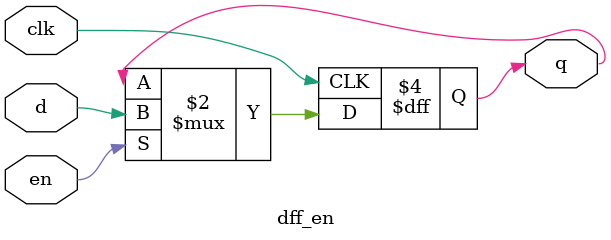
<source format=v>
module dff_en(clk, d, en, q);

input clk,d,en;
output reg q;

always @ (posedge clk) begin
	if(en) q <=d;
	else;
end
endmodule

</source>
